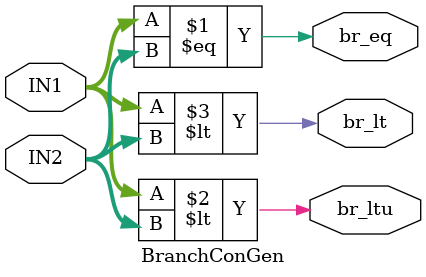
<source format=sv>
`timescale 1ns / 1ps

module BranchConGen(
    input [31:0] IN1, IN2,
    output logic br_eq, br_lt, br_ltu
    );
    
    assign br_eq = (IN1 == IN2);
    assign br_ltu = (IN1 < IN2);
    assign br_lt = ($signed(IN1) < $signed(IN2));
    
endmodule

</source>
